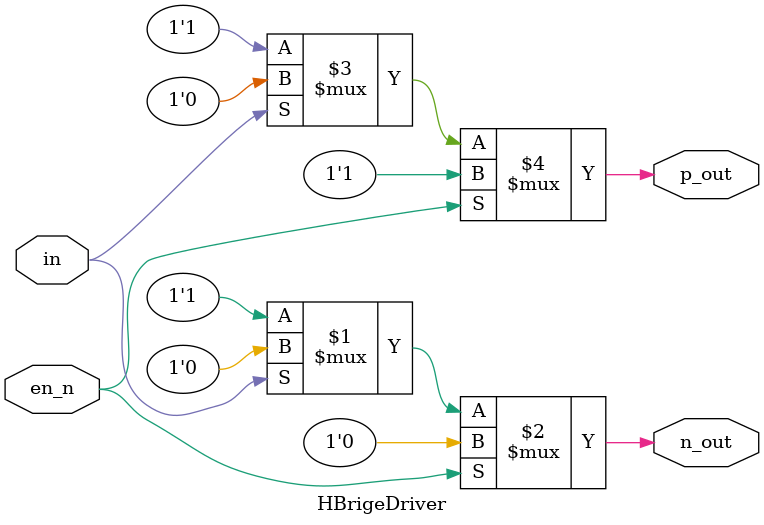
<source format=v>

module HBrigeDriver(
  output wire p_out,
  output wire n_out,
  input wire en_n,
  input wire in
);

 assign n_out = en_n ? 1'b0 : in ? 1'b0 : 1'b1; 
 assign p_out = en_n ? 1'b1 : in ? 1'b0 : 1'b1; 

endmodule



</source>
